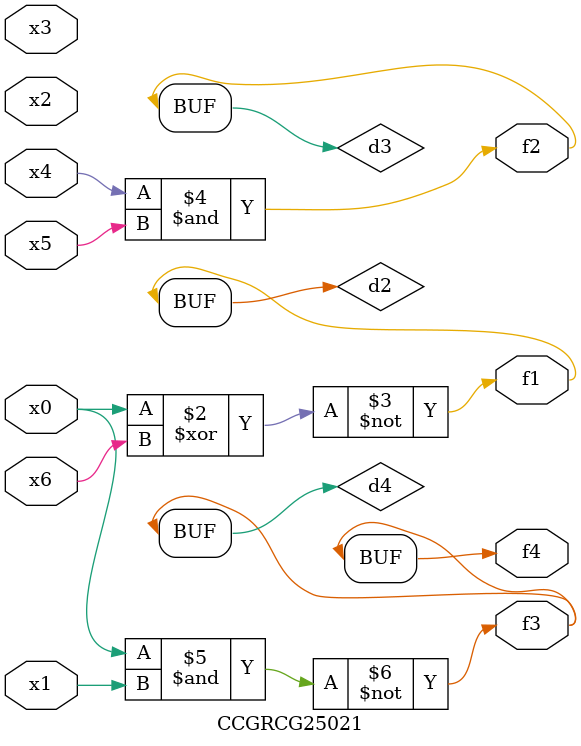
<source format=v>
module CCGRCG25021(
	input x0, x1, x2, x3, x4, x5, x6,
	output f1, f2, f3, f4
);

	wire d1, d2, d3, d4;

	nor (d1, x0);
	xnor (d2, x0, x6);
	and (d3, x4, x5);
	nand (d4, x0, x1);
	assign f1 = d2;
	assign f2 = d3;
	assign f3 = d4;
	assign f4 = d4;
endmodule

</source>
